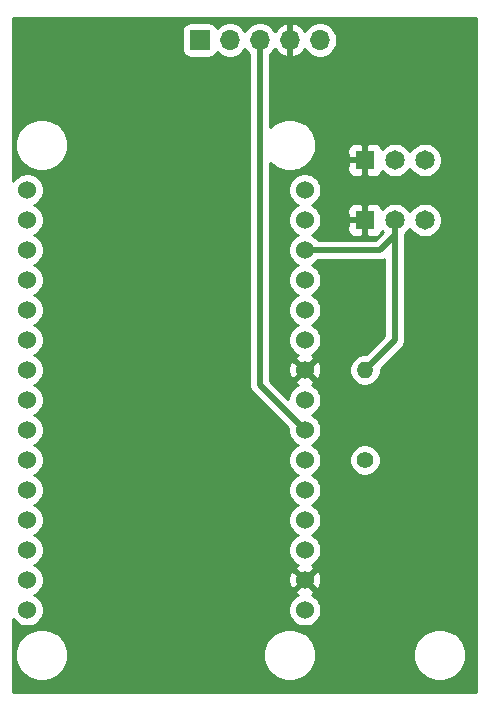
<source format=gbr>
%TF.GenerationSoftware,KiCad,Pcbnew,(5.1.9)-1*%
%TF.CreationDate,2021-04-23T18:31:25-07:00*%
%TF.ProjectId,LakeLevel,4c616b65-4c65-4766-956c-2e6b69636164,rev?*%
%TF.SameCoordinates,Original*%
%TF.FileFunction,Copper,L1,Top*%
%TF.FilePolarity,Positive*%
%FSLAX46Y46*%
G04 Gerber Fmt 4.6, Leading zero omitted, Abs format (unit mm)*
G04 Created by KiCad (PCBNEW (5.1.9)-1) date 2021-04-23 18:31:25*
%MOMM*%
%LPD*%
G01*
G04 APERTURE LIST*
%TA.AperFunction,ComponentPad*%
%ADD10C,1.524000*%
%TD*%
%TA.AperFunction,ComponentPad*%
%ADD11O,1.400000X1.400000*%
%TD*%
%TA.AperFunction,ComponentPad*%
%ADD12C,1.400000*%
%TD*%
%TA.AperFunction,ComponentPad*%
%ADD13O,1.700000X1.700000*%
%TD*%
%TA.AperFunction,ComponentPad*%
%ADD14R,1.700000X1.700000*%
%TD*%
%TA.AperFunction,ComponentPad*%
%ADD15R,1.650000X1.650000*%
%TD*%
%TA.AperFunction,ComponentPad*%
%ADD16C,1.650000*%
%TD*%
%TA.AperFunction,Conductor*%
%ADD17C,0.500000*%
%TD*%
%TA.AperFunction,Conductor*%
%ADD18C,0.254000*%
%TD*%
%TA.AperFunction,Conductor*%
%ADD19C,0.100000*%
%TD*%
G04 APERTURE END LIST*
D10*
%TO.P,U1,30*%
%TO.N,Net-(U1-Pad30)*%
X144780000Y-74930000D03*
%TO.P,U1,29*%
%TO.N,Net-(U1-Pad29)*%
X144780000Y-77470000D03*
%TO.P,U1,28*%
%TO.N,/DQ*%
X144780000Y-80010000D03*
%TO.P,U1,27*%
%TO.N,Net-(U1-Pad27)*%
X144780000Y-82550000D03*
%TO.P,U1,26*%
%TO.N,Net-(U1-Pad26)*%
X144780000Y-85090000D03*
%TO.P,U1,25*%
%TO.N,/VDD*%
X144780000Y-87630000D03*
%TO.P,U1,24*%
%TO.N,/GND*%
X144780000Y-90170000D03*
%TO.P,U1,23*%
%TO.N,/RX_Trig*%
X144780000Y-92710000D03*
%TO.P,U1,22*%
%TO.N,/TX_Echo*%
X144780000Y-95250000D03*
%TO.P,U1,21*%
%TO.N,Net-(U1-Pad21)*%
X144780000Y-97790000D03*
%TO.P,U1,20*%
%TO.N,Net-(U1-Pad20)*%
X144780000Y-100330000D03*
%TO.P,U1,19*%
%TO.N,Net-(U1-Pad19)*%
X144780000Y-102870000D03*
%TO.P,U1,18*%
%TO.N,Net-(U1-Pad18)*%
X144780000Y-105410000D03*
%TO.P,U1,17*%
%TO.N,/GND*%
X144780000Y-107950000D03*
%TO.P,U1,16*%
%TO.N,Net-(U1-Pad16)*%
X144780000Y-110490000D03*
%TO.P,U1,15*%
%TO.N,Net-(U1-Pad15)*%
X121285000Y-110490000D03*
%TO.P,U1,14*%
%TO.N,Net-(U1-Pad14)*%
X121285000Y-107950000D03*
%TO.P,U1,13*%
%TO.N,Net-(U1-Pad13)*%
X121285000Y-105410000D03*
%TO.P,U1,12*%
%TO.N,Net-(U1-Pad12)*%
X121285000Y-102870000D03*
%TO.P,U1,11*%
%TO.N,Net-(U1-Pad11)*%
X121285000Y-100330000D03*
%TO.P,U1,10*%
%TO.N,Net-(U1-Pad10)*%
X121285000Y-97790000D03*
%TO.P,U1,9*%
%TO.N,Net-(U1-Pad9)*%
X121285000Y-95250000D03*
%TO.P,U1,8*%
%TO.N,Net-(U1-Pad8)*%
X121285000Y-92710000D03*
%TO.P,U1,7*%
%TO.N,Net-(U1-Pad7)*%
X121285000Y-90170000D03*
%TO.P,U1,6*%
%TO.N,Net-(U1-Pad6)*%
X121285000Y-87630000D03*
%TO.P,U1,5*%
%TO.N,Net-(U1-Pad5)*%
X121285000Y-85090000D03*
%TO.P,U1,4*%
%TO.N,Net-(U1-Pad4)*%
X121285000Y-82550000D03*
%TO.P,U1,3*%
%TO.N,Net-(U1-Pad3)*%
X121285000Y-80010000D03*
%TO.P,U1,2*%
%TO.N,Net-(U1-Pad2)*%
X121285000Y-77470000D03*
%TO.P,U1,1*%
%TO.N,Net-(U1-Pad1)*%
X121285000Y-74930000D03*
%TD*%
D11*
%TO.P,R1,2*%
%TO.N,/DQ*%
X149860000Y-90170000D03*
D12*
%TO.P,R1,1*%
%TO.N,/VDD*%
X149860000Y-97790000D03*
%TD*%
D13*
%TO.P,J1,5*%
%TO.N,Net-(J1-Pad5)*%
X146050000Y-62230000D03*
%TO.P,J1,4*%
%TO.N,/GND*%
X143510000Y-62230000D03*
%TO.P,J1,3*%
%TO.N,/TX_Echo*%
X140970000Y-62230000D03*
%TO.P,J1,2*%
%TO.N,/RX_Trig*%
X138430000Y-62230000D03*
D14*
%TO.P,J1,1*%
%TO.N,/VDD*%
X135890000Y-62230000D03*
%TD*%
D15*
%TO.P,DS18B20,1_A*%
%TO.N,/GND*%
X149860000Y-72390000D03*
D16*
%TO.P,DS18B20,2_A*%
%TO.N,/DQ*%
X152400000Y-72390000D03*
%TO.P,DS18B20,3_A*%
%TO.N,/VDD*%
X154940000Y-72390000D03*
D15*
%TO.P,DS18B20,1_B*%
%TO.N,/GND*%
X149860000Y-77470000D03*
D16*
%TO.P,DS18B20,2_B*%
%TO.N,/DQ*%
X152400000Y-77470000D03*
%TO.P,DS18B20,3_B*%
%TO.N,/VDD*%
X154940000Y-77470000D03*
%TD*%
D17*
%TO.N,/DQ*%
X151130000Y-80010000D02*
X144780000Y-80010000D01*
X152400000Y-78740000D02*
X151130000Y-80010000D01*
X152400000Y-87630000D02*
X149860000Y-90170000D01*
X152400000Y-78740000D02*
X152400000Y-87630000D01*
X152400000Y-78740000D02*
X152400000Y-77470000D01*
%TO.N,/TX_Echo*%
X140970000Y-91440000D02*
X140970000Y-62230000D01*
X144780000Y-95250000D02*
X140970000Y-91440000D01*
%TD*%
D18*
%TO.N,/GND*%
X159310001Y-117400000D02*
X120090000Y-117400000D01*
X120090000Y-114079872D01*
X120285000Y-114079872D01*
X120285000Y-114520128D01*
X120370890Y-114951925D01*
X120539369Y-115358669D01*
X120783962Y-115724729D01*
X121095271Y-116036038D01*
X121461331Y-116280631D01*
X121868075Y-116449110D01*
X122299872Y-116535000D01*
X122740128Y-116535000D01*
X123171925Y-116449110D01*
X123578669Y-116280631D01*
X123944729Y-116036038D01*
X124256038Y-115724729D01*
X124500631Y-115358669D01*
X124669110Y-114951925D01*
X124755000Y-114520128D01*
X124755000Y-114079872D01*
X141275000Y-114079872D01*
X141275000Y-114520128D01*
X141360890Y-114951925D01*
X141529369Y-115358669D01*
X141773962Y-115724729D01*
X142085271Y-116036038D01*
X142451331Y-116280631D01*
X142858075Y-116449110D01*
X143289872Y-116535000D01*
X143730128Y-116535000D01*
X144161925Y-116449110D01*
X144568669Y-116280631D01*
X144934729Y-116036038D01*
X145246038Y-115724729D01*
X145490631Y-115358669D01*
X145659110Y-114951925D01*
X145745000Y-114520128D01*
X145745000Y-114079872D01*
X153975000Y-114079872D01*
X153975000Y-114520128D01*
X154060890Y-114951925D01*
X154229369Y-115358669D01*
X154473962Y-115724729D01*
X154785271Y-116036038D01*
X155151331Y-116280631D01*
X155558075Y-116449110D01*
X155989872Y-116535000D01*
X156430128Y-116535000D01*
X156861925Y-116449110D01*
X157268669Y-116280631D01*
X157634729Y-116036038D01*
X157946038Y-115724729D01*
X158190631Y-115358669D01*
X158359110Y-114951925D01*
X158445000Y-114520128D01*
X158445000Y-114079872D01*
X158359110Y-113648075D01*
X158190631Y-113241331D01*
X157946038Y-112875271D01*
X157634729Y-112563962D01*
X157268669Y-112319369D01*
X156861925Y-112150890D01*
X156430128Y-112065000D01*
X155989872Y-112065000D01*
X155558075Y-112150890D01*
X155151331Y-112319369D01*
X154785271Y-112563962D01*
X154473962Y-112875271D01*
X154229369Y-113241331D01*
X154060890Y-113648075D01*
X153975000Y-114079872D01*
X145745000Y-114079872D01*
X145659110Y-113648075D01*
X145490631Y-113241331D01*
X145246038Y-112875271D01*
X144934729Y-112563962D01*
X144568669Y-112319369D01*
X144161925Y-112150890D01*
X143730128Y-112065000D01*
X143289872Y-112065000D01*
X142858075Y-112150890D01*
X142451331Y-112319369D01*
X142085271Y-112563962D01*
X141773962Y-112875271D01*
X141529369Y-113241331D01*
X141360890Y-113648075D01*
X141275000Y-114079872D01*
X124755000Y-114079872D01*
X124669110Y-113648075D01*
X124500631Y-113241331D01*
X124256038Y-112875271D01*
X123944729Y-112563962D01*
X123578669Y-112319369D01*
X123171925Y-112150890D01*
X122740128Y-112065000D01*
X122299872Y-112065000D01*
X121868075Y-112150890D01*
X121461331Y-112319369D01*
X121095271Y-112563962D01*
X120783962Y-112875271D01*
X120539369Y-113241331D01*
X120370890Y-113648075D01*
X120285000Y-114079872D01*
X120090000Y-114079872D01*
X120090000Y-111216088D01*
X120199880Y-111380535D01*
X120394465Y-111575120D01*
X120623273Y-111728005D01*
X120877510Y-111833314D01*
X121147408Y-111887000D01*
X121422592Y-111887000D01*
X121692490Y-111833314D01*
X121946727Y-111728005D01*
X122175535Y-111575120D01*
X122370120Y-111380535D01*
X122523005Y-111151727D01*
X122628314Y-110897490D01*
X122682000Y-110627592D01*
X122682000Y-110352408D01*
X143383000Y-110352408D01*
X143383000Y-110627592D01*
X143436686Y-110897490D01*
X143541995Y-111151727D01*
X143694880Y-111380535D01*
X143889465Y-111575120D01*
X144118273Y-111728005D01*
X144372510Y-111833314D01*
X144642408Y-111887000D01*
X144917592Y-111887000D01*
X145187490Y-111833314D01*
X145441727Y-111728005D01*
X145670535Y-111575120D01*
X145865120Y-111380535D01*
X146018005Y-111151727D01*
X146123314Y-110897490D01*
X146177000Y-110627592D01*
X146177000Y-110352408D01*
X146123314Y-110082510D01*
X146018005Y-109828273D01*
X145865120Y-109599465D01*
X145670535Y-109404880D01*
X145441727Y-109251995D01*
X145370057Y-109222308D01*
X145383023Y-109217636D01*
X145498980Y-109155656D01*
X145565960Y-108915565D01*
X144780000Y-108129605D01*
X143994040Y-108915565D01*
X144061020Y-109155656D01*
X144196760Y-109219485D01*
X144118273Y-109251995D01*
X143889465Y-109404880D01*
X143694880Y-109599465D01*
X143541995Y-109828273D01*
X143436686Y-110082510D01*
X143383000Y-110352408D01*
X122682000Y-110352408D01*
X122628314Y-110082510D01*
X122523005Y-109828273D01*
X122370120Y-109599465D01*
X122175535Y-109404880D01*
X121946727Y-109251995D01*
X121869485Y-109220000D01*
X121946727Y-109188005D01*
X122175535Y-109035120D01*
X122370120Y-108840535D01*
X122523005Y-108611727D01*
X122628314Y-108357490D01*
X122682000Y-108087592D01*
X122682000Y-108022017D01*
X143378090Y-108022017D01*
X143419078Y-108294133D01*
X143512364Y-108553023D01*
X143574344Y-108668980D01*
X143814435Y-108735960D01*
X144600395Y-107950000D01*
X144959605Y-107950000D01*
X145745565Y-108735960D01*
X145985656Y-108668980D01*
X146102756Y-108419952D01*
X146169023Y-108152865D01*
X146181910Y-107877983D01*
X146140922Y-107605867D01*
X146047636Y-107346977D01*
X145985656Y-107231020D01*
X145745565Y-107164040D01*
X144959605Y-107950000D01*
X144600395Y-107950000D01*
X143814435Y-107164040D01*
X143574344Y-107231020D01*
X143457244Y-107480048D01*
X143390977Y-107747135D01*
X143378090Y-108022017D01*
X122682000Y-108022017D01*
X122682000Y-107812408D01*
X122628314Y-107542510D01*
X122523005Y-107288273D01*
X122370120Y-107059465D01*
X122175535Y-106864880D01*
X121946727Y-106711995D01*
X121869485Y-106680000D01*
X121946727Y-106648005D01*
X122175535Y-106495120D01*
X122370120Y-106300535D01*
X122523005Y-106071727D01*
X122628314Y-105817490D01*
X122682000Y-105547592D01*
X122682000Y-105272408D01*
X122628314Y-105002510D01*
X122523005Y-104748273D01*
X122370120Y-104519465D01*
X122175535Y-104324880D01*
X121946727Y-104171995D01*
X121869485Y-104140000D01*
X121946727Y-104108005D01*
X122175535Y-103955120D01*
X122370120Y-103760535D01*
X122523005Y-103531727D01*
X122628314Y-103277490D01*
X122682000Y-103007592D01*
X122682000Y-102732408D01*
X122628314Y-102462510D01*
X122523005Y-102208273D01*
X122370120Y-101979465D01*
X122175535Y-101784880D01*
X121946727Y-101631995D01*
X121869485Y-101600000D01*
X121946727Y-101568005D01*
X122175535Y-101415120D01*
X122370120Y-101220535D01*
X122523005Y-100991727D01*
X122628314Y-100737490D01*
X122682000Y-100467592D01*
X122682000Y-100192408D01*
X122628314Y-99922510D01*
X122523005Y-99668273D01*
X122370120Y-99439465D01*
X122175535Y-99244880D01*
X121946727Y-99091995D01*
X121869485Y-99060000D01*
X121946727Y-99028005D01*
X122175535Y-98875120D01*
X122370120Y-98680535D01*
X122523005Y-98451727D01*
X122628314Y-98197490D01*
X122682000Y-97927592D01*
X122682000Y-97652408D01*
X122628314Y-97382510D01*
X122523005Y-97128273D01*
X122370120Y-96899465D01*
X122175535Y-96704880D01*
X121946727Y-96551995D01*
X121869485Y-96520000D01*
X121946727Y-96488005D01*
X122175535Y-96335120D01*
X122370120Y-96140535D01*
X122523005Y-95911727D01*
X122628314Y-95657490D01*
X122682000Y-95387592D01*
X122682000Y-95112408D01*
X122628314Y-94842510D01*
X122523005Y-94588273D01*
X122370120Y-94359465D01*
X122175535Y-94164880D01*
X121946727Y-94011995D01*
X121869485Y-93980000D01*
X121946727Y-93948005D01*
X122175535Y-93795120D01*
X122370120Y-93600535D01*
X122523005Y-93371727D01*
X122628314Y-93117490D01*
X122682000Y-92847592D01*
X122682000Y-92572408D01*
X122628314Y-92302510D01*
X122523005Y-92048273D01*
X122370120Y-91819465D01*
X122175535Y-91624880D01*
X121946727Y-91471995D01*
X121869485Y-91440000D01*
X121946727Y-91408005D01*
X122175535Y-91255120D01*
X122370120Y-91060535D01*
X122523005Y-90831727D01*
X122628314Y-90577490D01*
X122682000Y-90307592D01*
X122682000Y-90032408D01*
X122628314Y-89762510D01*
X122523005Y-89508273D01*
X122370120Y-89279465D01*
X122175535Y-89084880D01*
X121946727Y-88931995D01*
X121869485Y-88900000D01*
X121946727Y-88868005D01*
X122175535Y-88715120D01*
X122370120Y-88520535D01*
X122523005Y-88291727D01*
X122628314Y-88037490D01*
X122682000Y-87767592D01*
X122682000Y-87492408D01*
X122628314Y-87222510D01*
X122523005Y-86968273D01*
X122370120Y-86739465D01*
X122175535Y-86544880D01*
X121946727Y-86391995D01*
X121869485Y-86360000D01*
X121946727Y-86328005D01*
X122175535Y-86175120D01*
X122370120Y-85980535D01*
X122523005Y-85751727D01*
X122628314Y-85497490D01*
X122682000Y-85227592D01*
X122682000Y-84952408D01*
X122628314Y-84682510D01*
X122523005Y-84428273D01*
X122370120Y-84199465D01*
X122175535Y-84004880D01*
X121946727Y-83851995D01*
X121869485Y-83820000D01*
X121946727Y-83788005D01*
X122175535Y-83635120D01*
X122370120Y-83440535D01*
X122523005Y-83211727D01*
X122628314Y-82957490D01*
X122682000Y-82687592D01*
X122682000Y-82412408D01*
X122628314Y-82142510D01*
X122523005Y-81888273D01*
X122370120Y-81659465D01*
X122175535Y-81464880D01*
X121946727Y-81311995D01*
X121869485Y-81280000D01*
X121946727Y-81248005D01*
X122175535Y-81095120D01*
X122370120Y-80900535D01*
X122523005Y-80671727D01*
X122628314Y-80417490D01*
X122682000Y-80147592D01*
X122682000Y-79872408D01*
X122628314Y-79602510D01*
X122523005Y-79348273D01*
X122370120Y-79119465D01*
X122175535Y-78924880D01*
X121946727Y-78771995D01*
X121869485Y-78740000D01*
X121946727Y-78708005D01*
X122175535Y-78555120D01*
X122370120Y-78360535D01*
X122523005Y-78131727D01*
X122628314Y-77877490D01*
X122682000Y-77607592D01*
X122682000Y-77332408D01*
X122628314Y-77062510D01*
X122523005Y-76808273D01*
X122370120Y-76579465D01*
X122175535Y-76384880D01*
X121946727Y-76231995D01*
X121869485Y-76200000D01*
X121946727Y-76168005D01*
X122175535Y-76015120D01*
X122370120Y-75820535D01*
X122523005Y-75591727D01*
X122628314Y-75337490D01*
X122682000Y-75067592D01*
X122682000Y-74792408D01*
X122628314Y-74522510D01*
X122523005Y-74268273D01*
X122370120Y-74039465D01*
X122175535Y-73844880D01*
X121946727Y-73691995D01*
X121692490Y-73586686D01*
X121422592Y-73533000D01*
X121147408Y-73533000D01*
X120877510Y-73586686D01*
X120623273Y-73691995D01*
X120394465Y-73844880D01*
X120199880Y-74039465D01*
X120090000Y-74203912D01*
X120090000Y-70899872D01*
X120285000Y-70899872D01*
X120285000Y-71340128D01*
X120370890Y-71771925D01*
X120539369Y-72178669D01*
X120783962Y-72544729D01*
X121095271Y-72856038D01*
X121461331Y-73100631D01*
X121868075Y-73269110D01*
X122299872Y-73355000D01*
X122740128Y-73355000D01*
X123171925Y-73269110D01*
X123578669Y-73100631D01*
X123944729Y-72856038D01*
X124256038Y-72544729D01*
X124500631Y-72178669D01*
X124669110Y-71771925D01*
X124755000Y-71340128D01*
X124755000Y-70899872D01*
X124669110Y-70468075D01*
X124500631Y-70061331D01*
X124256038Y-69695271D01*
X123944729Y-69383962D01*
X123578669Y-69139369D01*
X123171925Y-68970890D01*
X122740128Y-68885000D01*
X122299872Y-68885000D01*
X121868075Y-68970890D01*
X121461331Y-69139369D01*
X121095271Y-69383962D01*
X120783962Y-69695271D01*
X120539369Y-70061331D01*
X120370890Y-70468075D01*
X120285000Y-70899872D01*
X120090000Y-70899872D01*
X120090000Y-61380000D01*
X134401928Y-61380000D01*
X134401928Y-63080000D01*
X134414188Y-63204482D01*
X134450498Y-63324180D01*
X134509463Y-63434494D01*
X134588815Y-63531185D01*
X134685506Y-63610537D01*
X134795820Y-63669502D01*
X134915518Y-63705812D01*
X135040000Y-63718072D01*
X136740000Y-63718072D01*
X136864482Y-63705812D01*
X136984180Y-63669502D01*
X137094494Y-63610537D01*
X137191185Y-63531185D01*
X137270537Y-63434494D01*
X137329502Y-63324180D01*
X137351513Y-63251620D01*
X137483368Y-63383475D01*
X137726589Y-63545990D01*
X137996842Y-63657932D01*
X138283740Y-63715000D01*
X138576260Y-63715000D01*
X138863158Y-63657932D01*
X139133411Y-63545990D01*
X139376632Y-63383475D01*
X139583475Y-63176632D01*
X139700000Y-63002240D01*
X139816525Y-63176632D01*
X140023368Y-63383475D01*
X140085001Y-63424657D01*
X140085000Y-91396531D01*
X140080719Y-91440000D01*
X140085000Y-91483469D01*
X140085000Y-91483476D01*
X140097805Y-91613489D01*
X140148411Y-91780312D01*
X140230589Y-91934058D01*
X140341183Y-92068817D01*
X140374956Y-92096534D01*
X143384299Y-95105878D01*
X143383000Y-95112408D01*
X143383000Y-95387592D01*
X143436686Y-95657490D01*
X143541995Y-95911727D01*
X143694880Y-96140535D01*
X143889465Y-96335120D01*
X144118273Y-96488005D01*
X144195515Y-96520000D01*
X144118273Y-96551995D01*
X143889465Y-96704880D01*
X143694880Y-96899465D01*
X143541995Y-97128273D01*
X143436686Y-97382510D01*
X143383000Y-97652408D01*
X143383000Y-97927592D01*
X143436686Y-98197490D01*
X143541995Y-98451727D01*
X143694880Y-98680535D01*
X143889465Y-98875120D01*
X144118273Y-99028005D01*
X144195515Y-99060000D01*
X144118273Y-99091995D01*
X143889465Y-99244880D01*
X143694880Y-99439465D01*
X143541995Y-99668273D01*
X143436686Y-99922510D01*
X143383000Y-100192408D01*
X143383000Y-100467592D01*
X143436686Y-100737490D01*
X143541995Y-100991727D01*
X143694880Y-101220535D01*
X143889465Y-101415120D01*
X144118273Y-101568005D01*
X144195515Y-101600000D01*
X144118273Y-101631995D01*
X143889465Y-101784880D01*
X143694880Y-101979465D01*
X143541995Y-102208273D01*
X143436686Y-102462510D01*
X143383000Y-102732408D01*
X143383000Y-103007592D01*
X143436686Y-103277490D01*
X143541995Y-103531727D01*
X143694880Y-103760535D01*
X143889465Y-103955120D01*
X144118273Y-104108005D01*
X144195515Y-104140000D01*
X144118273Y-104171995D01*
X143889465Y-104324880D01*
X143694880Y-104519465D01*
X143541995Y-104748273D01*
X143436686Y-105002510D01*
X143383000Y-105272408D01*
X143383000Y-105547592D01*
X143436686Y-105817490D01*
X143541995Y-106071727D01*
X143694880Y-106300535D01*
X143889465Y-106495120D01*
X144118273Y-106648005D01*
X144189943Y-106677692D01*
X144176977Y-106682364D01*
X144061020Y-106744344D01*
X143994040Y-106984435D01*
X144780000Y-107770395D01*
X145565960Y-106984435D01*
X145498980Y-106744344D01*
X145363240Y-106680515D01*
X145441727Y-106648005D01*
X145670535Y-106495120D01*
X145865120Y-106300535D01*
X146018005Y-106071727D01*
X146123314Y-105817490D01*
X146177000Y-105547592D01*
X146177000Y-105272408D01*
X146123314Y-105002510D01*
X146018005Y-104748273D01*
X145865120Y-104519465D01*
X145670535Y-104324880D01*
X145441727Y-104171995D01*
X145364485Y-104140000D01*
X145441727Y-104108005D01*
X145670535Y-103955120D01*
X145865120Y-103760535D01*
X146018005Y-103531727D01*
X146123314Y-103277490D01*
X146177000Y-103007592D01*
X146177000Y-102732408D01*
X146123314Y-102462510D01*
X146018005Y-102208273D01*
X145865120Y-101979465D01*
X145670535Y-101784880D01*
X145441727Y-101631995D01*
X145364485Y-101600000D01*
X145441727Y-101568005D01*
X145670535Y-101415120D01*
X145865120Y-101220535D01*
X146018005Y-100991727D01*
X146123314Y-100737490D01*
X146177000Y-100467592D01*
X146177000Y-100192408D01*
X146123314Y-99922510D01*
X146018005Y-99668273D01*
X145865120Y-99439465D01*
X145670535Y-99244880D01*
X145441727Y-99091995D01*
X145364485Y-99060000D01*
X145441727Y-99028005D01*
X145670535Y-98875120D01*
X145865120Y-98680535D01*
X146018005Y-98451727D01*
X146123314Y-98197490D01*
X146177000Y-97927592D01*
X146177000Y-97658514D01*
X148525000Y-97658514D01*
X148525000Y-97921486D01*
X148576304Y-98179405D01*
X148676939Y-98422359D01*
X148823038Y-98641013D01*
X149008987Y-98826962D01*
X149227641Y-98973061D01*
X149470595Y-99073696D01*
X149728514Y-99125000D01*
X149991486Y-99125000D01*
X150249405Y-99073696D01*
X150492359Y-98973061D01*
X150711013Y-98826962D01*
X150896962Y-98641013D01*
X151043061Y-98422359D01*
X151143696Y-98179405D01*
X151195000Y-97921486D01*
X151195000Y-97658514D01*
X151143696Y-97400595D01*
X151043061Y-97157641D01*
X150896962Y-96938987D01*
X150711013Y-96753038D01*
X150492359Y-96606939D01*
X150249405Y-96506304D01*
X149991486Y-96455000D01*
X149728514Y-96455000D01*
X149470595Y-96506304D01*
X149227641Y-96606939D01*
X149008987Y-96753038D01*
X148823038Y-96938987D01*
X148676939Y-97157641D01*
X148576304Y-97400595D01*
X148525000Y-97658514D01*
X146177000Y-97658514D01*
X146177000Y-97652408D01*
X146123314Y-97382510D01*
X146018005Y-97128273D01*
X145865120Y-96899465D01*
X145670535Y-96704880D01*
X145441727Y-96551995D01*
X145364485Y-96520000D01*
X145441727Y-96488005D01*
X145670535Y-96335120D01*
X145865120Y-96140535D01*
X146018005Y-95911727D01*
X146123314Y-95657490D01*
X146177000Y-95387592D01*
X146177000Y-95112408D01*
X146123314Y-94842510D01*
X146018005Y-94588273D01*
X145865120Y-94359465D01*
X145670535Y-94164880D01*
X145441727Y-94011995D01*
X145364485Y-93980000D01*
X145441727Y-93948005D01*
X145670535Y-93795120D01*
X145865120Y-93600535D01*
X146018005Y-93371727D01*
X146123314Y-93117490D01*
X146177000Y-92847592D01*
X146177000Y-92572408D01*
X146123314Y-92302510D01*
X146018005Y-92048273D01*
X145865120Y-91819465D01*
X145670535Y-91624880D01*
X145441727Y-91471995D01*
X145370057Y-91442308D01*
X145383023Y-91437636D01*
X145498980Y-91375656D01*
X145565960Y-91135565D01*
X144780000Y-90349605D01*
X143994040Y-91135565D01*
X144061020Y-91375656D01*
X144196760Y-91439485D01*
X144118273Y-91471995D01*
X143889465Y-91624880D01*
X143694880Y-91819465D01*
X143541995Y-92048273D01*
X143436686Y-92302510D01*
X143383000Y-92572408D01*
X143383000Y-92601422D01*
X141855000Y-91073422D01*
X141855000Y-90242017D01*
X143378090Y-90242017D01*
X143419078Y-90514133D01*
X143512364Y-90773023D01*
X143574344Y-90888980D01*
X143814435Y-90955960D01*
X144600395Y-90170000D01*
X144959605Y-90170000D01*
X145745565Y-90955960D01*
X145985656Y-90888980D01*
X146102756Y-90639952D01*
X146169023Y-90372865D01*
X146181910Y-90097983D01*
X146140922Y-89825867D01*
X146047636Y-89566977D01*
X145985656Y-89451020D01*
X145745565Y-89384040D01*
X144959605Y-90170000D01*
X144600395Y-90170000D01*
X143814435Y-89384040D01*
X143574344Y-89451020D01*
X143457244Y-89700048D01*
X143390977Y-89967135D01*
X143378090Y-90242017D01*
X141855000Y-90242017D01*
X141855000Y-74792408D01*
X143383000Y-74792408D01*
X143383000Y-75067592D01*
X143436686Y-75337490D01*
X143541995Y-75591727D01*
X143694880Y-75820535D01*
X143889465Y-76015120D01*
X144118273Y-76168005D01*
X144195515Y-76200000D01*
X144118273Y-76231995D01*
X143889465Y-76384880D01*
X143694880Y-76579465D01*
X143541995Y-76808273D01*
X143436686Y-77062510D01*
X143383000Y-77332408D01*
X143383000Y-77607592D01*
X143436686Y-77877490D01*
X143541995Y-78131727D01*
X143694880Y-78360535D01*
X143889465Y-78555120D01*
X144118273Y-78708005D01*
X144195515Y-78740000D01*
X144118273Y-78771995D01*
X143889465Y-78924880D01*
X143694880Y-79119465D01*
X143541995Y-79348273D01*
X143436686Y-79602510D01*
X143383000Y-79872408D01*
X143383000Y-80147592D01*
X143436686Y-80417490D01*
X143541995Y-80671727D01*
X143694880Y-80900535D01*
X143889465Y-81095120D01*
X144118273Y-81248005D01*
X144195515Y-81280000D01*
X144118273Y-81311995D01*
X143889465Y-81464880D01*
X143694880Y-81659465D01*
X143541995Y-81888273D01*
X143436686Y-82142510D01*
X143383000Y-82412408D01*
X143383000Y-82687592D01*
X143436686Y-82957490D01*
X143541995Y-83211727D01*
X143694880Y-83440535D01*
X143889465Y-83635120D01*
X144118273Y-83788005D01*
X144195515Y-83820000D01*
X144118273Y-83851995D01*
X143889465Y-84004880D01*
X143694880Y-84199465D01*
X143541995Y-84428273D01*
X143436686Y-84682510D01*
X143383000Y-84952408D01*
X143383000Y-85227592D01*
X143436686Y-85497490D01*
X143541995Y-85751727D01*
X143694880Y-85980535D01*
X143889465Y-86175120D01*
X144118273Y-86328005D01*
X144195515Y-86360000D01*
X144118273Y-86391995D01*
X143889465Y-86544880D01*
X143694880Y-86739465D01*
X143541995Y-86968273D01*
X143436686Y-87222510D01*
X143383000Y-87492408D01*
X143383000Y-87767592D01*
X143436686Y-88037490D01*
X143541995Y-88291727D01*
X143694880Y-88520535D01*
X143889465Y-88715120D01*
X144118273Y-88868005D01*
X144189943Y-88897692D01*
X144176977Y-88902364D01*
X144061020Y-88964344D01*
X143994040Y-89204435D01*
X144780000Y-89990395D01*
X145565960Y-89204435D01*
X145498980Y-88964344D01*
X145363240Y-88900515D01*
X145441727Y-88868005D01*
X145670535Y-88715120D01*
X145865120Y-88520535D01*
X146018005Y-88291727D01*
X146123314Y-88037490D01*
X146177000Y-87767592D01*
X146177000Y-87492408D01*
X146123314Y-87222510D01*
X146018005Y-86968273D01*
X145865120Y-86739465D01*
X145670535Y-86544880D01*
X145441727Y-86391995D01*
X145364485Y-86360000D01*
X145441727Y-86328005D01*
X145670535Y-86175120D01*
X145865120Y-85980535D01*
X146018005Y-85751727D01*
X146123314Y-85497490D01*
X146177000Y-85227592D01*
X146177000Y-84952408D01*
X146123314Y-84682510D01*
X146018005Y-84428273D01*
X145865120Y-84199465D01*
X145670535Y-84004880D01*
X145441727Y-83851995D01*
X145364485Y-83820000D01*
X145441727Y-83788005D01*
X145670535Y-83635120D01*
X145865120Y-83440535D01*
X146018005Y-83211727D01*
X146123314Y-82957490D01*
X146177000Y-82687592D01*
X146177000Y-82412408D01*
X146123314Y-82142510D01*
X146018005Y-81888273D01*
X145865120Y-81659465D01*
X145670535Y-81464880D01*
X145441727Y-81311995D01*
X145364485Y-81280000D01*
X145441727Y-81248005D01*
X145670535Y-81095120D01*
X145865120Y-80900535D01*
X145868818Y-80895000D01*
X151086531Y-80895000D01*
X151130000Y-80899281D01*
X151173469Y-80895000D01*
X151173477Y-80895000D01*
X151303490Y-80882195D01*
X151470313Y-80831589D01*
X151515000Y-80807703D01*
X151515001Y-87263420D01*
X149943422Y-88835000D01*
X149728514Y-88835000D01*
X149470595Y-88886304D01*
X149227641Y-88986939D01*
X149008987Y-89133038D01*
X148823038Y-89318987D01*
X148676939Y-89537641D01*
X148576304Y-89780595D01*
X148525000Y-90038514D01*
X148525000Y-90301486D01*
X148576304Y-90559405D01*
X148676939Y-90802359D01*
X148823038Y-91021013D01*
X149008987Y-91206962D01*
X149227641Y-91353061D01*
X149470595Y-91453696D01*
X149728514Y-91505000D01*
X149991486Y-91505000D01*
X150249405Y-91453696D01*
X150492359Y-91353061D01*
X150711013Y-91206962D01*
X150896962Y-91021013D01*
X151043061Y-90802359D01*
X151143696Y-90559405D01*
X151195000Y-90301486D01*
X151195000Y-90086578D01*
X152995049Y-88286530D01*
X153028817Y-88258817D01*
X153139411Y-88124059D01*
X153221589Y-87970313D01*
X153272195Y-87803490D01*
X153285000Y-87673477D01*
X153285000Y-87673467D01*
X153289281Y-87630001D01*
X153285000Y-87586535D01*
X153285000Y-78783467D01*
X153289281Y-78740001D01*
X153285000Y-78696535D01*
X153285000Y-78634589D01*
X153330696Y-78604056D01*
X153534056Y-78400696D01*
X153670000Y-78197241D01*
X153805944Y-78400696D01*
X154009304Y-78604056D01*
X154248431Y-78763835D01*
X154514134Y-78873893D01*
X154796203Y-78930000D01*
X155083797Y-78930000D01*
X155365866Y-78873893D01*
X155631569Y-78763835D01*
X155870696Y-78604056D01*
X156074056Y-78400696D01*
X156233835Y-78161569D01*
X156343893Y-77895866D01*
X156400000Y-77613797D01*
X156400000Y-77326203D01*
X156343893Y-77044134D01*
X156233835Y-76778431D01*
X156074056Y-76539304D01*
X155870696Y-76335944D01*
X155631569Y-76176165D01*
X155365866Y-76066107D01*
X155083797Y-76010000D01*
X154796203Y-76010000D01*
X154514134Y-76066107D01*
X154248431Y-76176165D01*
X154009304Y-76335944D01*
X153805944Y-76539304D01*
X153670000Y-76742759D01*
X153534056Y-76539304D01*
X153330696Y-76335944D01*
X153091569Y-76176165D01*
X152825866Y-76066107D01*
X152543797Y-76010000D01*
X152256203Y-76010000D01*
X151974134Y-76066107D01*
X151708431Y-76176165D01*
X151469304Y-76335944D01*
X151304742Y-76500506D01*
X151274502Y-76400820D01*
X151215537Y-76290506D01*
X151136185Y-76193815D01*
X151039494Y-76114463D01*
X150929180Y-76055498D01*
X150809482Y-76019188D01*
X150685000Y-76006928D01*
X150145750Y-76010000D01*
X149987000Y-76168750D01*
X149987000Y-77343000D01*
X150007000Y-77343000D01*
X150007000Y-77597000D01*
X149987000Y-77597000D01*
X149987000Y-78771250D01*
X150145750Y-78930000D01*
X150685000Y-78933072D01*
X150809482Y-78920812D01*
X150929180Y-78884502D01*
X151039494Y-78825537D01*
X151136185Y-78746185D01*
X151215537Y-78649494D01*
X151274502Y-78539180D01*
X151304742Y-78439494D01*
X151376835Y-78511587D01*
X150763422Y-79125000D01*
X145868818Y-79125000D01*
X145865120Y-79119465D01*
X145670535Y-78924880D01*
X145441727Y-78771995D01*
X145364485Y-78740000D01*
X145441727Y-78708005D01*
X145670535Y-78555120D01*
X145865120Y-78360535D01*
X145908909Y-78295000D01*
X148396928Y-78295000D01*
X148409188Y-78419482D01*
X148445498Y-78539180D01*
X148504463Y-78649494D01*
X148583815Y-78746185D01*
X148680506Y-78825537D01*
X148790820Y-78884502D01*
X148910518Y-78920812D01*
X149035000Y-78933072D01*
X149574250Y-78930000D01*
X149733000Y-78771250D01*
X149733000Y-77597000D01*
X148558750Y-77597000D01*
X148400000Y-77755750D01*
X148396928Y-78295000D01*
X145908909Y-78295000D01*
X146018005Y-78131727D01*
X146123314Y-77877490D01*
X146177000Y-77607592D01*
X146177000Y-77332408D01*
X146123314Y-77062510D01*
X146018005Y-76808273D01*
X145908910Y-76645000D01*
X148396928Y-76645000D01*
X148400000Y-77184250D01*
X148558750Y-77343000D01*
X149733000Y-77343000D01*
X149733000Y-76168750D01*
X149574250Y-76010000D01*
X149035000Y-76006928D01*
X148910518Y-76019188D01*
X148790820Y-76055498D01*
X148680506Y-76114463D01*
X148583815Y-76193815D01*
X148504463Y-76290506D01*
X148445498Y-76400820D01*
X148409188Y-76520518D01*
X148396928Y-76645000D01*
X145908910Y-76645000D01*
X145865120Y-76579465D01*
X145670535Y-76384880D01*
X145441727Y-76231995D01*
X145364485Y-76200000D01*
X145441727Y-76168005D01*
X145670535Y-76015120D01*
X145865120Y-75820535D01*
X146018005Y-75591727D01*
X146123314Y-75337490D01*
X146177000Y-75067592D01*
X146177000Y-74792408D01*
X146123314Y-74522510D01*
X146018005Y-74268273D01*
X145865120Y-74039465D01*
X145670535Y-73844880D01*
X145441727Y-73691995D01*
X145187490Y-73586686D01*
X144917592Y-73533000D01*
X144642408Y-73533000D01*
X144372510Y-73586686D01*
X144118273Y-73691995D01*
X143889465Y-73844880D01*
X143694880Y-74039465D01*
X143541995Y-74268273D01*
X143436686Y-74522510D01*
X143383000Y-74792408D01*
X141855000Y-74792408D01*
X141855000Y-72625767D01*
X142085271Y-72856038D01*
X142451331Y-73100631D01*
X142858075Y-73269110D01*
X143289872Y-73355000D01*
X143730128Y-73355000D01*
X144161925Y-73269110D01*
X144292558Y-73215000D01*
X148396928Y-73215000D01*
X148409188Y-73339482D01*
X148445498Y-73459180D01*
X148504463Y-73569494D01*
X148583815Y-73666185D01*
X148680506Y-73745537D01*
X148790820Y-73804502D01*
X148910518Y-73840812D01*
X149035000Y-73853072D01*
X149574250Y-73850000D01*
X149733000Y-73691250D01*
X149733000Y-72517000D01*
X148558750Y-72517000D01*
X148400000Y-72675750D01*
X148396928Y-73215000D01*
X144292558Y-73215000D01*
X144568669Y-73100631D01*
X144934729Y-72856038D01*
X145246038Y-72544729D01*
X145490631Y-72178669D01*
X145659110Y-71771925D01*
X145700270Y-71565000D01*
X148396928Y-71565000D01*
X148400000Y-72104250D01*
X148558750Y-72263000D01*
X149733000Y-72263000D01*
X149733000Y-71088750D01*
X149987000Y-71088750D01*
X149987000Y-72263000D01*
X150007000Y-72263000D01*
X150007000Y-72517000D01*
X149987000Y-72517000D01*
X149987000Y-73691250D01*
X150145750Y-73850000D01*
X150685000Y-73853072D01*
X150809482Y-73840812D01*
X150929180Y-73804502D01*
X151039494Y-73745537D01*
X151136185Y-73666185D01*
X151215537Y-73569494D01*
X151274502Y-73459180D01*
X151304742Y-73359494D01*
X151469304Y-73524056D01*
X151708431Y-73683835D01*
X151974134Y-73793893D01*
X152256203Y-73850000D01*
X152543797Y-73850000D01*
X152825866Y-73793893D01*
X153091569Y-73683835D01*
X153330696Y-73524056D01*
X153534056Y-73320696D01*
X153670000Y-73117241D01*
X153805944Y-73320696D01*
X154009304Y-73524056D01*
X154248431Y-73683835D01*
X154514134Y-73793893D01*
X154796203Y-73850000D01*
X155083797Y-73850000D01*
X155365866Y-73793893D01*
X155631569Y-73683835D01*
X155870696Y-73524056D01*
X156074056Y-73320696D01*
X156233835Y-73081569D01*
X156343893Y-72815866D01*
X156400000Y-72533797D01*
X156400000Y-72246203D01*
X156343893Y-71964134D01*
X156233835Y-71698431D01*
X156074056Y-71459304D01*
X155870696Y-71255944D01*
X155631569Y-71096165D01*
X155365866Y-70986107D01*
X155083797Y-70930000D01*
X154796203Y-70930000D01*
X154514134Y-70986107D01*
X154248431Y-71096165D01*
X154009304Y-71255944D01*
X153805944Y-71459304D01*
X153670000Y-71662759D01*
X153534056Y-71459304D01*
X153330696Y-71255944D01*
X153091569Y-71096165D01*
X152825866Y-70986107D01*
X152543797Y-70930000D01*
X152256203Y-70930000D01*
X151974134Y-70986107D01*
X151708431Y-71096165D01*
X151469304Y-71255944D01*
X151304742Y-71420506D01*
X151274502Y-71320820D01*
X151215537Y-71210506D01*
X151136185Y-71113815D01*
X151039494Y-71034463D01*
X150929180Y-70975498D01*
X150809482Y-70939188D01*
X150685000Y-70926928D01*
X150145750Y-70930000D01*
X149987000Y-71088750D01*
X149733000Y-71088750D01*
X149574250Y-70930000D01*
X149035000Y-70926928D01*
X148910518Y-70939188D01*
X148790820Y-70975498D01*
X148680506Y-71034463D01*
X148583815Y-71113815D01*
X148504463Y-71210506D01*
X148445498Y-71320820D01*
X148409188Y-71440518D01*
X148396928Y-71565000D01*
X145700270Y-71565000D01*
X145745000Y-71340128D01*
X145745000Y-70899872D01*
X145659110Y-70468075D01*
X145490631Y-70061331D01*
X145246038Y-69695271D01*
X144934729Y-69383962D01*
X144568669Y-69139369D01*
X144161925Y-68970890D01*
X143730128Y-68885000D01*
X143289872Y-68885000D01*
X142858075Y-68970890D01*
X142451331Y-69139369D01*
X142085271Y-69383962D01*
X141855000Y-69614233D01*
X141855000Y-63424656D01*
X141916632Y-63383475D01*
X142123475Y-63176632D01*
X142245195Y-62994466D01*
X142314822Y-63111355D01*
X142509731Y-63327588D01*
X142743080Y-63501641D01*
X143005901Y-63626825D01*
X143153110Y-63671476D01*
X143383000Y-63550155D01*
X143383000Y-62357000D01*
X143363000Y-62357000D01*
X143363000Y-62103000D01*
X143383000Y-62103000D01*
X143383000Y-60909845D01*
X143637000Y-60909845D01*
X143637000Y-62103000D01*
X143657000Y-62103000D01*
X143657000Y-62357000D01*
X143637000Y-62357000D01*
X143637000Y-63550155D01*
X143866890Y-63671476D01*
X144014099Y-63626825D01*
X144276920Y-63501641D01*
X144510269Y-63327588D01*
X144705178Y-63111355D01*
X144774805Y-62994466D01*
X144896525Y-63176632D01*
X145103368Y-63383475D01*
X145346589Y-63545990D01*
X145616842Y-63657932D01*
X145903740Y-63715000D01*
X146196260Y-63715000D01*
X146483158Y-63657932D01*
X146753411Y-63545990D01*
X146996632Y-63383475D01*
X147203475Y-63176632D01*
X147365990Y-62933411D01*
X147477932Y-62663158D01*
X147535000Y-62376260D01*
X147535000Y-62083740D01*
X147477932Y-61796842D01*
X147365990Y-61526589D01*
X147203475Y-61283368D01*
X146996632Y-61076525D01*
X146753411Y-60914010D01*
X146483158Y-60802068D01*
X146196260Y-60745000D01*
X145903740Y-60745000D01*
X145616842Y-60802068D01*
X145346589Y-60914010D01*
X145103368Y-61076525D01*
X144896525Y-61283368D01*
X144774805Y-61465534D01*
X144705178Y-61348645D01*
X144510269Y-61132412D01*
X144276920Y-60958359D01*
X144014099Y-60833175D01*
X143866890Y-60788524D01*
X143637000Y-60909845D01*
X143383000Y-60909845D01*
X143153110Y-60788524D01*
X143005901Y-60833175D01*
X142743080Y-60958359D01*
X142509731Y-61132412D01*
X142314822Y-61348645D01*
X142245195Y-61465534D01*
X142123475Y-61283368D01*
X141916632Y-61076525D01*
X141673411Y-60914010D01*
X141403158Y-60802068D01*
X141116260Y-60745000D01*
X140823740Y-60745000D01*
X140536842Y-60802068D01*
X140266589Y-60914010D01*
X140023368Y-61076525D01*
X139816525Y-61283368D01*
X139700000Y-61457760D01*
X139583475Y-61283368D01*
X139376632Y-61076525D01*
X139133411Y-60914010D01*
X138863158Y-60802068D01*
X138576260Y-60745000D01*
X138283740Y-60745000D01*
X137996842Y-60802068D01*
X137726589Y-60914010D01*
X137483368Y-61076525D01*
X137351513Y-61208380D01*
X137329502Y-61135820D01*
X137270537Y-61025506D01*
X137191185Y-60928815D01*
X137094494Y-60849463D01*
X136984180Y-60790498D01*
X136864482Y-60754188D01*
X136740000Y-60741928D01*
X135040000Y-60741928D01*
X134915518Y-60754188D01*
X134795820Y-60790498D01*
X134685506Y-60849463D01*
X134588815Y-60928815D01*
X134509463Y-61025506D01*
X134450498Y-61135820D01*
X134414188Y-61255518D01*
X134401928Y-61380000D01*
X120090000Y-61380000D01*
X120090000Y-60400000D01*
X159310000Y-60400000D01*
X159310001Y-117400000D01*
%TA.AperFunction,Conductor*%
D19*
G36*
X159310001Y-117400000D02*
G01*
X120090000Y-117400000D01*
X120090000Y-114079872D01*
X120285000Y-114079872D01*
X120285000Y-114520128D01*
X120370890Y-114951925D01*
X120539369Y-115358669D01*
X120783962Y-115724729D01*
X121095271Y-116036038D01*
X121461331Y-116280631D01*
X121868075Y-116449110D01*
X122299872Y-116535000D01*
X122740128Y-116535000D01*
X123171925Y-116449110D01*
X123578669Y-116280631D01*
X123944729Y-116036038D01*
X124256038Y-115724729D01*
X124500631Y-115358669D01*
X124669110Y-114951925D01*
X124755000Y-114520128D01*
X124755000Y-114079872D01*
X141275000Y-114079872D01*
X141275000Y-114520128D01*
X141360890Y-114951925D01*
X141529369Y-115358669D01*
X141773962Y-115724729D01*
X142085271Y-116036038D01*
X142451331Y-116280631D01*
X142858075Y-116449110D01*
X143289872Y-116535000D01*
X143730128Y-116535000D01*
X144161925Y-116449110D01*
X144568669Y-116280631D01*
X144934729Y-116036038D01*
X145246038Y-115724729D01*
X145490631Y-115358669D01*
X145659110Y-114951925D01*
X145745000Y-114520128D01*
X145745000Y-114079872D01*
X153975000Y-114079872D01*
X153975000Y-114520128D01*
X154060890Y-114951925D01*
X154229369Y-115358669D01*
X154473962Y-115724729D01*
X154785271Y-116036038D01*
X155151331Y-116280631D01*
X155558075Y-116449110D01*
X155989872Y-116535000D01*
X156430128Y-116535000D01*
X156861925Y-116449110D01*
X157268669Y-116280631D01*
X157634729Y-116036038D01*
X157946038Y-115724729D01*
X158190631Y-115358669D01*
X158359110Y-114951925D01*
X158445000Y-114520128D01*
X158445000Y-114079872D01*
X158359110Y-113648075D01*
X158190631Y-113241331D01*
X157946038Y-112875271D01*
X157634729Y-112563962D01*
X157268669Y-112319369D01*
X156861925Y-112150890D01*
X156430128Y-112065000D01*
X155989872Y-112065000D01*
X155558075Y-112150890D01*
X155151331Y-112319369D01*
X154785271Y-112563962D01*
X154473962Y-112875271D01*
X154229369Y-113241331D01*
X154060890Y-113648075D01*
X153975000Y-114079872D01*
X145745000Y-114079872D01*
X145659110Y-113648075D01*
X145490631Y-113241331D01*
X145246038Y-112875271D01*
X144934729Y-112563962D01*
X144568669Y-112319369D01*
X144161925Y-112150890D01*
X143730128Y-112065000D01*
X143289872Y-112065000D01*
X142858075Y-112150890D01*
X142451331Y-112319369D01*
X142085271Y-112563962D01*
X141773962Y-112875271D01*
X141529369Y-113241331D01*
X141360890Y-113648075D01*
X141275000Y-114079872D01*
X124755000Y-114079872D01*
X124669110Y-113648075D01*
X124500631Y-113241331D01*
X124256038Y-112875271D01*
X123944729Y-112563962D01*
X123578669Y-112319369D01*
X123171925Y-112150890D01*
X122740128Y-112065000D01*
X122299872Y-112065000D01*
X121868075Y-112150890D01*
X121461331Y-112319369D01*
X121095271Y-112563962D01*
X120783962Y-112875271D01*
X120539369Y-113241331D01*
X120370890Y-113648075D01*
X120285000Y-114079872D01*
X120090000Y-114079872D01*
X120090000Y-111216088D01*
X120199880Y-111380535D01*
X120394465Y-111575120D01*
X120623273Y-111728005D01*
X120877510Y-111833314D01*
X121147408Y-111887000D01*
X121422592Y-111887000D01*
X121692490Y-111833314D01*
X121946727Y-111728005D01*
X122175535Y-111575120D01*
X122370120Y-111380535D01*
X122523005Y-111151727D01*
X122628314Y-110897490D01*
X122682000Y-110627592D01*
X122682000Y-110352408D01*
X143383000Y-110352408D01*
X143383000Y-110627592D01*
X143436686Y-110897490D01*
X143541995Y-111151727D01*
X143694880Y-111380535D01*
X143889465Y-111575120D01*
X144118273Y-111728005D01*
X144372510Y-111833314D01*
X144642408Y-111887000D01*
X144917592Y-111887000D01*
X145187490Y-111833314D01*
X145441727Y-111728005D01*
X145670535Y-111575120D01*
X145865120Y-111380535D01*
X146018005Y-111151727D01*
X146123314Y-110897490D01*
X146177000Y-110627592D01*
X146177000Y-110352408D01*
X146123314Y-110082510D01*
X146018005Y-109828273D01*
X145865120Y-109599465D01*
X145670535Y-109404880D01*
X145441727Y-109251995D01*
X145370057Y-109222308D01*
X145383023Y-109217636D01*
X145498980Y-109155656D01*
X145565960Y-108915565D01*
X144780000Y-108129605D01*
X143994040Y-108915565D01*
X144061020Y-109155656D01*
X144196760Y-109219485D01*
X144118273Y-109251995D01*
X143889465Y-109404880D01*
X143694880Y-109599465D01*
X143541995Y-109828273D01*
X143436686Y-110082510D01*
X143383000Y-110352408D01*
X122682000Y-110352408D01*
X122628314Y-110082510D01*
X122523005Y-109828273D01*
X122370120Y-109599465D01*
X122175535Y-109404880D01*
X121946727Y-109251995D01*
X121869485Y-109220000D01*
X121946727Y-109188005D01*
X122175535Y-109035120D01*
X122370120Y-108840535D01*
X122523005Y-108611727D01*
X122628314Y-108357490D01*
X122682000Y-108087592D01*
X122682000Y-108022017D01*
X143378090Y-108022017D01*
X143419078Y-108294133D01*
X143512364Y-108553023D01*
X143574344Y-108668980D01*
X143814435Y-108735960D01*
X144600395Y-107950000D01*
X144959605Y-107950000D01*
X145745565Y-108735960D01*
X145985656Y-108668980D01*
X146102756Y-108419952D01*
X146169023Y-108152865D01*
X146181910Y-107877983D01*
X146140922Y-107605867D01*
X146047636Y-107346977D01*
X145985656Y-107231020D01*
X145745565Y-107164040D01*
X144959605Y-107950000D01*
X144600395Y-107950000D01*
X143814435Y-107164040D01*
X143574344Y-107231020D01*
X143457244Y-107480048D01*
X143390977Y-107747135D01*
X143378090Y-108022017D01*
X122682000Y-108022017D01*
X122682000Y-107812408D01*
X122628314Y-107542510D01*
X122523005Y-107288273D01*
X122370120Y-107059465D01*
X122175535Y-106864880D01*
X121946727Y-106711995D01*
X121869485Y-106680000D01*
X121946727Y-106648005D01*
X122175535Y-106495120D01*
X122370120Y-106300535D01*
X122523005Y-106071727D01*
X122628314Y-105817490D01*
X122682000Y-105547592D01*
X122682000Y-105272408D01*
X122628314Y-105002510D01*
X122523005Y-104748273D01*
X122370120Y-104519465D01*
X122175535Y-104324880D01*
X121946727Y-104171995D01*
X121869485Y-104140000D01*
X121946727Y-104108005D01*
X122175535Y-103955120D01*
X122370120Y-103760535D01*
X122523005Y-103531727D01*
X122628314Y-103277490D01*
X122682000Y-103007592D01*
X122682000Y-102732408D01*
X122628314Y-102462510D01*
X122523005Y-102208273D01*
X122370120Y-101979465D01*
X122175535Y-101784880D01*
X121946727Y-101631995D01*
X121869485Y-101600000D01*
X121946727Y-101568005D01*
X122175535Y-101415120D01*
X122370120Y-101220535D01*
X122523005Y-100991727D01*
X122628314Y-100737490D01*
X122682000Y-100467592D01*
X122682000Y-100192408D01*
X122628314Y-99922510D01*
X122523005Y-99668273D01*
X122370120Y-99439465D01*
X122175535Y-99244880D01*
X121946727Y-99091995D01*
X121869485Y-99060000D01*
X121946727Y-99028005D01*
X122175535Y-98875120D01*
X122370120Y-98680535D01*
X122523005Y-98451727D01*
X122628314Y-98197490D01*
X122682000Y-97927592D01*
X122682000Y-97652408D01*
X122628314Y-97382510D01*
X122523005Y-97128273D01*
X122370120Y-96899465D01*
X122175535Y-96704880D01*
X121946727Y-96551995D01*
X121869485Y-96520000D01*
X121946727Y-96488005D01*
X122175535Y-96335120D01*
X122370120Y-96140535D01*
X122523005Y-95911727D01*
X122628314Y-95657490D01*
X122682000Y-95387592D01*
X122682000Y-95112408D01*
X122628314Y-94842510D01*
X122523005Y-94588273D01*
X122370120Y-94359465D01*
X122175535Y-94164880D01*
X121946727Y-94011995D01*
X121869485Y-93980000D01*
X121946727Y-93948005D01*
X122175535Y-93795120D01*
X122370120Y-93600535D01*
X122523005Y-93371727D01*
X122628314Y-93117490D01*
X122682000Y-92847592D01*
X122682000Y-92572408D01*
X122628314Y-92302510D01*
X122523005Y-92048273D01*
X122370120Y-91819465D01*
X122175535Y-91624880D01*
X121946727Y-91471995D01*
X121869485Y-91440000D01*
X121946727Y-91408005D01*
X122175535Y-91255120D01*
X122370120Y-91060535D01*
X122523005Y-90831727D01*
X122628314Y-90577490D01*
X122682000Y-90307592D01*
X122682000Y-90032408D01*
X122628314Y-89762510D01*
X122523005Y-89508273D01*
X122370120Y-89279465D01*
X122175535Y-89084880D01*
X121946727Y-88931995D01*
X121869485Y-88900000D01*
X121946727Y-88868005D01*
X122175535Y-88715120D01*
X122370120Y-88520535D01*
X122523005Y-88291727D01*
X122628314Y-88037490D01*
X122682000Y-87767592D01*
X122682000Y-87492408D01*
X122628314Y-87222510D01*
X122523005Y-86968273D01*
X122370120Y-86739465D01*
X122175535Y-86544880D01*
X121946727Y-86391995D01*
X121869485Y-86360000D01*
X121946727Y-86328005D01*
X122175535Y-86175120D01*
X122370120Y-85980535D01*
X122523005Y-85751727D01*
X122628314Y-85497490D01*
X122682000Y-85227592D01*
X122682000Y-84952408D01*
X122628314Y-84682510D01*
X122523005Y-84428273D01*
X122370120Y-84199465D01*
X122175535Y-84004880D01*
X121946727Y-83851995D01*
X121869485Y-83820000D01*
X121946727Y-83788005D01*
X122175535Y-83635120D01*
X122370120Y-83440535D01*
X122523005Y-83211727D01*
X122628314Y-82957490D01*
X122682000Y-82687592D01*
X122682000Y-82412408D01*
X122628314Y-82142510D01*
X122523005Y-81888273D01*
X122370120Y-81659465D01*
X122175535Y-81464880D01*
X121946727Y-81311995D01*
X121869485Y-81280000D01*
X121946727Y-81248005D01*
X122175535Y-81095120D01*
X122370120Y-80900535D01*
X122523005Y-80671727D01*
X122628314Y-80417490D01*
X122682000Y-80147592D01*
X122682000Y-79872408D01*
X122628314Y-79602510D01*
X122523005Y-79348273D01*
X122370120Y-79119465D01*
X122175535Y-78924880D01*
X121946727Y-78771995D01*
X121869485Y-78740000D01*
X121946727Y-78708005D01*
X122175535Y-78555120D01*
X122370120Y-78360535D01*
X122523005Y-78131727D01*
X122628314Y-77877490D01*
X122682000Y-77607592D01*
X122682000Y-77332408D01*
X122628314Y-77062510D01*
X122523005Y-76808273D01*
X122370120Y-76579465D01*
X122175535Y-76384880D01*
X121946727Y-76231995D01*
X121869485Y-76200000D01*
X121946727Y-76168005D01*
X122175535Y-76015120D01*
X122370120Y-75820535D01*
X122523005Y-75591727D01*
X122628314Y-75337490D01*
X122682000Y-75067592D01*
X122682000Y-74792408D01*
X122628314Y-74522510D01*
X122523005Y-74268273D01*
X122370120Y-74039465D01*
X122175535Y-73844880D01*
X121946727Y-73691995D01*
X121692490Y-73586686D01*
X121422592Y-73533000D01*
X121147408Y-73533000D01*
X120877510Y-73586686D01*
X120623273Y-73691995D01*
X120394465Y-73844880D01*
X120199880Y-74039465D01*
X120090000Y-74203912D01*
X120090000Y-70899872D01*
X120285000Y-70899872D01*
X120285000Y-71340128D01*
X120370890Y-71771925D01*
X120539369Y-72178669D01*
X120783962Y-72544729D01*
X121095271Y-72856038D01*
X121461331Y-73100631D01*
X121868075Y-73269110D01*
X122299872Y-73355000D01*
X122740128Y-73355000D01*
X123171925Y-73269110D01*
X123578669Y-73100631D01*
X123944729Y-72856038D01*
X124256038Y-72544729D01*
X124500631Y-72178669D01*
X124669110Y-71771925D01*
X124755000Y-71340128D01*
X124755000Y-70899872D01*
X124669110Y-70468075D01*
X124500631Y-70061331D01*
X124256038Y-69695271D01*
X123944729Y-69383962D01*
X123578669Y-69139369D01*
X123171925Y-68970890D01*
X122740128Y-68885000D01*
X122299872Y-68885000D01*
X121868075Y-68970890D01*
X121461331Y-69139369D01*
X121095271Y-69383962D01*
X120783962Y-69695271D01*
X120539369Y-70061331D01*
X120370890Y-70468075D01*
X120285000Y-70899872D01*
X120090000Y-70899872D01*
X120090000Y-61380000D01*
X134401928Y-61380000D01*
X134401928Y-63080000D01*
X134414188Y-63204482D01*
X134450498Y-63324180D01*
X134509463Y-63434494D01*
X134588815Y-63531185D01*
X134685506Y-63610537D01*
X134795820Y-63669502D01*
X134915518Y-63705812D01*
X135040000Y-63718072D01*
X136740000Y-63718072D01*
X136864482Y-63705812D01*
X136984180Y-63669502D01*
X137094494Y-63610537D01*
X137191185Y-63531185D01*
X137270537Y-63434494D01*
X137329502Y-63324180D01*
X137351513Y-63251620D01*
X137483368Y-63383475D01*
X137726589Y-63545990D01*
X137996842Y-63657932D01*
X138283740Y-63715000D01*
X138576260Y-63715000D01*
X138863158Y-63657932D01*
X139133411Y-63545990D01*
X139376632Y-63383475D01*
X139583475Y-63176632D01*
X139700000Y-63002240D01*
X139816525Y-63176632D01*
X140023368Y-63383475D01*
X140085001Y-63424657D01*
X140085000Y-91396531D01*
X140080719Y-91440000D01*
X140085000Y-91483469D01*
X140085000Y-91483476D01*
X140097805Y-91613489D01*
X140148411Y-91780312D01*
X140230589Y-91934058D01*
X140341183Y-92068817D01*
X140374956Y-92096534D01*
X143384299Y-95105878D01*
X143383000Y-95112408D01*
X143383000Y-95387592D01*
X143436686Y-95657490D01*
X143541995Y-95911727D01*
X143694880Y-96140535D01*
X143889465Y-96335120D01*
X144118273Y-96488005D01*
X144195515Y-96520000D01*
X144118273Y-96551995D01*
X143889465Y-96704880D01*
X143694880Y-96899465D01*
X143541995Y-97128273D01*
X143436686Y-97382510D01*
X143383000Y-97652408D01*
X143383000Y-97927592D01*
X143436686Y-98197490D01*
X143541995Y-98451727D01*
X143694880Y-98680535D01*
X143889465Y-98875120D01*
X144118273Y-99028005D01*
X144195515Y-99060000D01*
X144118273Y-99091995D01*
X143889465Y-99244880D01*
X143694880Y-99439465D01*
X143541995Y-99668273D01*
X143436686Y-99922510D01*
X143383000Y-100192408D01*
X143383000Y-100467592D01*
X143436686Y-100737490D01*
X143541995Y-100991727D01*
X143694880Y-101220535D01*
X143889465Y-101415120D01*
X144118273Y-101568005D01*
X144195515Y-101600000D01*
X144118273Y-101631995D01*
X143889465Y-101784880D01*
X143694880Y-101979465D01*
X143541995Y-102208273D01*
X143436686Y-102462510D01*
X143383000Y-102732408D01*
X143383000Y-103007592D01*
X143436686Y-103277490D01*
X143541995Y-103531727D01*
X143694880Y-103760535D01*
X143889465Y-103955120D01*
X144118273Y-104108005D01*
X144195515Y-104140000D01*
X144118273Y-104171995D01*
X143889465Y-104324880D01*
X143694880Y-104519465D01*
X143541995Y-104748273D01*
X143436686Y-105002510D01*
X143383000Y-105272408D01*
X143383000Y-105547592D01*
X143436686Y-105817490D01*
X143541995Y-106071727D01*
X143694880Y-106300535D01*
X143889465Y-106495120D01*
X144118273Y-106648005D01*
X144189943Y-106677692D01*
X144176977Y-106682364D01*
X144061020Y-106744344D01*
X143994040Y-106984435D01*
X144780000Y-107770395D01*
X145565960Y-106984435D01*
X145498980Y-106744344D01*
X145363240Y-106680515D01*
X145441727Y-106648005D01*
X145670535Y-106495120D01*
X145865120Y-106300535D01*
X146018005Y-106071727D01*
X146123314Y-105817490D01*
X146177000Y-105547592D01*
X146177000Y-105272408D01*
X146123314Y-105002510D01*
X146018005Y-104748273D01*
X145865120Y-104519465D01*
X145670535Y-104324880D01*
X145441727Y-104171995D01*
X145364485Y-104140000D01*
X145441727Y-104108005D01*
X145670535Y-103955120D01*
X145865120Y-103760535D01*
X146018005Y-103531727D01*
X146123314Y-103277490D01*
X146177000Y-103007592D01*
X146177000Y-102732408D01*
X146123314Y-102462510D01*
X146018005Y-102208273D01*
X145865120Y-101979465D01*
X145670535Y-101784880D01*
X145441727Y-101631995D01*
X145364485Y-101600000D01*
X145441727Y-101568005D01*
X145670535Y-101415120D01*
X145865120Y-101220535D01*
X146018005Y-100991727D01*
X146123314Y-100737490D01*
X146177000Y-100467592D01*
X146177000Y-100192408D01*
X146123314Y-99922510D01*
X146018005Y-99668273D01*
X145865120Y-99439465D01*
X145670535Y-99244880D01*
X145441727Y-99091995D01*
X145364485Y-99060000D01*
X145441727Y-99028005D01*
X145670535Y-98875120D01*
X145865120Y-98680535D01*
X146018005Y-98451727D01*
X146123314Y-98197490D01*
X146177000Y-97927592D01*
X146177000Y-97658514D01*
X148525000Y-97658514D01*
X148525000Y-97921486D01*
X148576304Y-98179405D01*
X148676939Y-98422359D01*
X148823038Y-98641013D01*
X149008987Y-98826962D01*
X149227641Y-98973061D01*
X149470595Y-99073696D01*
X149728514Y-99125000D01*
X149991486Y-99125000D01*
X150249405Y-99073696D01*
X150492359Y-98973061D01*
X150711013Y-98826962D01*
X150896962Y-98641013D01*
X151043061Y-98422359D01*
X151143696Y-98179405D01*
X151195000Y-97921486D01*
X151195000Y-97658514D01*
X151143696Y-97400595D01*
X151043061Y-97157641D01*
X150896962Y-96938987D01*
X150711013Y-96753038D01*
X150492359Y-96606939D01*
X150249405Y-96506304D01*
X149991486Y-96455000D01*
X149728514Y-96455000D01*
X149470595Y-96506304D01*
X149227641Y-96606939D01*
X149008987Y-96753038D01*
X148823038Y-96938987D01*
X148676939Y-97157641D01*
X148576304Y-97400595D01*
X148525000Y-97658514D01*
X146177000Y-97658514D01*
X146177000Y-97652408D01*
X146123314Y-97382510D01*
X146018005Y-97128273D01*
X145865120Y-96899465D01*
X145670535Y-96704880D01*
X145441727Y-96551995D01*
X145364485Y-96520000D01*
X145441727Y-96488005D01*
X145670535Y-96335120D01*
X145865120Y-96140535D01*
X146018005Y-95911727D01*
X146123314Y-95657490D01*
X146177000Y-95387592D01*
X146177000Y-95112408D01*
X146123314Y-94842510D01*
X146018005Y-94588273D01*
X145865120Y-94359465D01*
X145670535Y-94164880D01*
X145441727Y-94011995D01*
X145364485Y-93980000D01*
X145441727Y-93948005D01*
X145670535Y-93795120D01*
X145865120Y-93600535D01*
X146018005Y-93371727D01*
X146123314Y-93117490D01*
X146177000Y-92847592D01*
X146177000Y-92572408D01*
X146123314Y-92302510D01*
X146018005Y-92048273D01*
X145865120Y-91819465D01*
X145670535Y-91624880D01*
X145441727Y-91471995D01*
X145370057Y-91442308D01*
X145383023Y-91437636D01*
X145498980Y-91375656D01*
X145565960Y-91135565D01*
X144780000Y-90349605D01*
X143994040Y-91135565D01*
X144061020Y-91375656D01*
X144196760Y-91439485D01*
X144118273Y-91471995D01*
X143889465Y-91624880D01*
X143694880Y-91819465D01*
X143541995Y-92048273D01*
X143436686Y-92302510D01*
X143383000Y-92572408D01*
X143383000Y-92601422D01*
X141855000Y-91073422D01*
X141855000Y-90242017D01*
X143378090Y-90242017D01*
X143419078Y-90514133D01*
X143512364Y-90773023D01*
X143574344Y-90888980D01*
X143814435Y-90955960D01*
X144600395Y-90170000D01*
X144959605Y-90170000D01*
X145745565Y-90955960D01*
X145985656Y-90888980D01*
X146102756Y-90639952D01*
X146169023Y-90372865D01*
X146181910Y-90097983D01*
X146140922Y-89825867D01*
X146047636Y-89566977D01*
X145985656Y-89451020D01*
X145745565Y-89384040D01*
X144959605Y-90170000D01*
X144600395Y-90170000D01*
X143814435Y-89384040D01*
X143574344Y-89451020D01*
X143457244Y-89700048D01*
X143390977Y-89967135D01*
X143378090Y-90242017D01*
X141855000Y-90242017D01*
X141855000Y-74792408D01*
X143383000Y-74792408D01*
X143383000Y-75067592D01*
X143436686Y-75337490D01*
X143541995Y-75591727D01*
X143694880Y-75820535D01*
X143889465Y-76015120D01*
X144118273Y-76168005D01*
X144195515Y-76200000D01*
X144118273Y-76231995D01*
X143889465Y-76384880D01*
X143694880Y-76579465D01*
X143541995Y-76808273D01*
X143436686Y-77062510D01*
X143383000Y-77332408D01*
X143383000Y-77607592D01*
X143436686Y-77877490D01*
X143541995Y-78131727D01*
X143694880Y-78360535D01*
X143889465Y-78555120D01*
X144118273Y-78708005D01*
X144195515Y-78740000D01*
X144118273Y-78771995D01*
X143889465Y-78924880D01*
X143694880Y-79119465D01*
X143541995Y-79348273D01*
X143436686Y-79602510D01*
X143383000Y-79872408D01*
X143383000Y-80147592D01*
X143436686Y-80417490D01*
X143541995Y-80671727D01*
X143694880Y-80900535D01*
X143889465Y-81095120D01*
X144118273Y-81248005D01*
X144195515Y-81280000D01*
X144118273Y-81311995D01*
X143889465Y-81464880D01*
X143694880Y-81659465D01*
X143541995Y-81888273D01*
X143436686Y-82142510D01*
X143383000Y-82412408D01*
X143383000Y-82687592D01*
X143436686Y-82957490D01*
X143541995Y-83211727D01*
X143694880Y-83440535D01*
X143889465Y-83635120D01*
X144118273Y-83788005D01*
X144195515Y-83820000D01*
X144118273Y-83851995D01*
X143889465Y-84004880D01*
X143694880Y-84199465D01*
X143541995Y-84428273D01*
X143436686Y-84682510D01*
X143383000Y-84952408D01*
X143383000Y-85227592D01*
X143436686Y-85497490D01*
X143541995Y-85751727D01*
X143694880Y-85980535D01*
X143889465Y-86175120D01*
X144118273Y-86328005D01*
X144195515Y-86360000D01*
X144118273Y-86391995D01*
X143889465Y-86544880D01*
X143694880Y-86739465D01*
X143541995Y-86968273D01*
X143436686Y-87222510D01*
X143383000Y-87492408D01*
X143383000Y-87767592D01*
X143436686Y-88037490D01*
X143541995Y-88291727D01*
X143694880Y-88520535D01*
X143889465Y-88715120D01*
X144118273Y-88868005D01*
X144189943Y-88897692D01*
X144176977Y-88902364D01*
X144061020Y-88964344D01*
X143994040Y-89204435D01*
X144780000Y-89990395D01*
X145565960Y-89204435D01*
X145498980Y-88964344D01*
X145363240Y-88900515D01*
X145441727Y-88868005D01*
X145670535Y-88715120D01*
X145865120Y-88520535D01*
X146018005Y-88291727D01*
X146123314Y-88037490D01*
X146177000Y-87767592D01*
X146177000Y-87492408D01*
X146123314Y-87222510D01*
X146018005Y-86968273D01*
X145865120Y-86739465D01*
X145670535Y-86544880D01*
X145441727Y-86391995D01*
X145364485Y-86360000D01*
X145441727Y-86328005D01*
X145670535Y-86175120D01*
X145865120Y-85980535D01*
X146018005Y-85751727D01*
X146123314Y-85497490D01*
X146177000Y-85227592D01*
X146177000Y-84952408D01*
X146123314Y-84682510D01*
X146018005Y-84428273D01*
X145865120Y-84199465D01*
X145670535Y-84004880D01*
X145441727Y-83851995D01*
X145364485Y-83820000D01*
X145441727Y-83788005D01*
X145670535Y-83635120D01*
X145865120Y-83440535D01*
X146018005Y-83211727D01*
X146123314Y-82957490D01*
X146177000Y-82687592D01*
X146177000Y-82412408D01*
X146123314Y-82142510D01*
X146018005Y-81888273D01*
X145865120Y-81659465D01*
X145670535Y-81464880D01*
X145441727Y-81311995D01*
X145364485Y-81280000D01*
X145441727Y-81248005D01*
X145670535Y-81095120D01*
X145865120Y-80900535D01*
X145868818Y-80895000D01*
X151086531Y-80895000D01*
X151130000Y-80899281D01*
X151173469Y-80895000D01*
X151173477Y-80895000D01*
X151303490Y-80882195D01*
X151470313Y-80831589D01*
X151515000Y-80807703D01*
X151515001Y-87263420D01*
X149943422Y-88835000D01*
X149728514Y-88835000D01*
X149470595Y-88886304D01*
X149227641Y-88986939D01*
X149008987Y-89133038D01*
X148823038Y-89318987D01*
X148676939Y-89537641D01*
X148576304Y-89780595D01*
X148525000Y-90038514D01*
X148525000Y-90301486D01*
X148576304Y-90559405D01*
X148676939Y-90802359D01*
X148823038Y-91021013D01*
X149008987Y-91206962D01*
X149227641Y-91353061D01*
X149470595Y-91453696D01*
X149728514Y-91505000D01*
X149991486Y-91505000D01*
X150249405Y-91453696D01*
X150492359Y-91353061D01*
X150711013Y-91206962D01*
X150896962Y-91021013D01*
X151043061Y-90802359D01*
X151143696Y-90559405D01*
X151195000Y-90301486D01*
X151195000Y-90086578D01*
X152995049Y-88286530D01*
X153028817Y-88258817D01*
X153139411Y-88124059D01*
X153221589Y-87970313D01*
X153272195Y-87803490D01*
X153285000Y-87673477D01*
X153285000Y-87673467D01*
X153289281Y-87630001D01*
X153285000Y-87586535D01*
X153285000Y-78783467D01*
X153289281Y-78740001D01*
X153285000Y-78696535D01*
X153285000Y-78634589D01*
X153330696Y-78604056D01*
X153534056Y-78400696D01*
X153670000Y-78197241D01*
X153805944Y-78400696D01*
X154009304Y-78604056D01*
X154248431Y-78763835D01*
X154514134Y-78873893D01*
X154796203Y-78930000D01*
X155083797Y-78930000D01*
X155365866Y-78873893D01*
X155631569Y-78763835D01*
X155870696Y-78604056D01*
X156074056Y-78400696D01*
X156233835Y-78161569D01*
X156343893Y-77895866D01*
X156400000Y-77613797D01*
X156400000Y-77326203D01*
X156343893Y-77044134D01*
X156233835Y-76778431D01*
X156074056Y-76539304D01*
X155870696Y-76335944D01*
X155631569Y-76176165D01*
X155365866Y-76066107D01*
X155083797Y-76010000D01*
X154796203Y-76010000D01*
X154514134Y-76066107D01*
X154248431Y-76176165D01*
X154009304Y-76335944D01*
X153805944Y-76539304D01*
X153670000Y-76742759D01*
X153534056Y-76539304D01*
X153330696Y-76335944D01*
X153091569Y-76176165D01*
X152825866Y-76066107D01*
X152543797Y-76010000D01*
X152256203Y-76010000D01*
X151974134Y-76066107D01*
X151708431Y-76176165D01*
X151469304Y-76335944D01*
X151304742Y-76500506D01*
X151274502Y-76400820D01*
X151215537Y-76290506D01*
X151136185Y-76193815D01*
X151039494Y-76114463D01*
X150929180Y-76055498D01*
X150809482Y-76019188D01*
X150685000Y-76006928D01*
X150145750Y-76010000D01*
X149987000Y-76168750D01*
X149987000Y-77343000D01*
X150007000Y-77343000D01*
X150007000Y-77597000D01*
X149987000Y-77597000D01*
X149987000Y-78771250D01*
X150145750Y-78930000D01*
X150685000Y-78933072D01*
X150809482Y-78920812D01*
X150929180Y-78884502D01*
X151039494Y-78825537D01*
X151136185Y-78746185D01*
X151215537Y-78649494D01*
X151274502Y-78539180D01*
X151304742Y-78439494D01*
X151376835Y-78511587D01*
X150763422Y-79125000D01*
X145868818Y-79125000D01*
X145865120Y-79119465D01*
X145670535Y-78924880D01*
X145441727Y-78771995D01*
X145364485Y-78740000D01*
X145441727Y-78708005D01*
X145670535Y-78555120D01*
X145865120Y-78360535D01*
X145908909Y-78295000D01*
X148396928Y-78295000D01*
X148409188Y-78419482D01*
X148445498Y-78539180D01*
X148504463Y-78649494D01*
X148583815Y-78746185D01*
X148680506Y-78825537D01*
X148790820Y-78884502D01*
X148910518Y-78920812D01*
X149035000Y-78933072D01*
X149574250Y-78930000D01*
X149733000Y-78771250D01*
X149733000Y-77597000D01*
X148558750Y-77597000D01*
X148400000Y-77755750D01*
X148396928Y-78295000D01*
X145908909Y-78295000D01*
X146018005Y-78131727D01*
X146123314Y-77877490D01*
X146177000Y-77607592D01*
X146177000Y-77332408D01*
X146123314Y-77062510D01*
X146018005Y-76808273D01*
X145908910Y-76645000D01*
X148396928Y-76645000D01*
X148400000Y-77184250D01*
X148558750Y-77343000D01*
X149733000Y-77343000D01*
X149733000Y-76168750D01*
X149574250Y-76010000D01*
X149035000Y-76006928D01*
X148910518Y-76019188D01*
X148790820Y-76055498D01*
X148680506Y-76114463D01*
X148583815Y-76193815D01*
X148504463Y-76290506D01*
X148445498Y-76400820D01*
X148409188Y-76520518D01*
X148396928Y-76645000D01*
X145908910Y-76645000D01*
X145865120Y-76579465D01*
X145670535Y-76384880D01*
X145441727Y-76231995D01*
X145364485Y-76200000D01*
X145441727Y-76168005D01*
X145670535Y-76015120D01*
X145865120Y-75820535D01*
X146018005Y-75591727D01*
X146123314Y-75337490D01*
X146177000Y-75067592D01*
X146177000Y-74792408D01*
X146123314Y-74522510D01*
X146018005Y-74268273D01*
X145865120Y-74039465D01*
X145670535Y-73844880D01*
X145441727Y-73691995D01*
X145187490Y-73586686D01*
X144917592Y-73533000D01*
X144642408Y-73533000D01*
X144372510Y-73586686D01*
X144118273Y-73691995D01*
X143889465Y-73844880D01*
X143694880Y-74039465D01*
X143541995Y-74268273D01*
X143436686Y-74522510D01*
X143383000Y-74792408D01*
X141855000Y-74792408D01*
X141855000Y-72625767D01*
X142085271Y-72856038D01*
X142451331Y-73100631D01*
X142858075Y-73269110D01*
X143289872Y-73355000D01*
X143730128Y-73355000D01*
X144161925Y-73269110D01*
X144292558Y-73215000D01*
X148396928Y-73215000D01*
X148409188Y-73339482D01*
X148445498Y-73459180D01*
X148504463Y-73569494D01*
X148583815Y-73666185D01*
X148680506Y-73745537D01*
X148790820Y-73804502D01*
X148910518Y-73840812D01*
X149035000Y-73853072D01*
X149574250Y-73850000D01*
X149733000Y-73691250D01*
X149733000Y-72517000D01*
X148558750Y-72517000D01*
X148400000Y-72675750D01*
X148396928Y-73215000D01*
X144292558Y-73215000D01*
X144568669Y-73100631D01*
X144934729Y-72856038D01*
X145246038Y-72544729D01*
X145490631Y-72178669D01*
X145659110Y-71771925D01*
X145700270Y-71565000D01*
X148396928Y-71565000D01*
X148400000Y-72104250D01*
X148558750Y-72263000D01*
X149733000Y-72263000D01*
X149733000Y-71088750D01*
X149987000Y-71088750D01*
X149987000Y-72263000D01*
X150007000Y-72263000D01*
X150007000Y-72517000D01*
X149987000Y-72517000D01*
X149987000Y-73691250D01*
X150145750Y-73850000D01*
X150685000Y-73853072D01*
X150809482Y-73840812D01*
X150929180Y-73804502D01*
X151039494Y-73745537D01*
X151136185Y-73666185D01*
X151215537Y-73569494D01*
X151274502Y-73459180D01*
X151304742Y-73359494D01*
X151469304Y-73524056D01*
X151708431Y-73683835D01*
X151974134Y-73793893D01*
X152256203Y-73850000D01*
X152543797Y-73850000D01*
X152825866Y-73793893D01*
X153091569Y-73683835D01*
X153330696Y-73524056D01*
X153534056Y-73320696D01*
X153670000Y-73117241D01*
X153805944Y-73320696D01*
X154009304Y-73524056D01*
X154248431Y-73683835D01*
X154514134Y-73793893D01*
X154796203Y-73850000D01*
X155083797Y-73850000D01*
X155365866Y-73793893D01*
X155631569Y-73683835D01*
X155870696Y-73524056D01*
X156074056Y-73320696D01*
X156233835Y-73081569D01*
X156343893Y-72815866D01*
X156400000Y-72533797D01*
X156400000Y-72246203D01*
X156343893Y-71964134D01*
X156233835Y-71698431D01*
X156074056Y-71459304D01*
X155870696Y-71255944D01*
X155631569Y-71096165D01*
X155365866Y-70986107D01*
X155083797Y-70930000D01*
X154796203Y-70930000D01*
X154514134Y-70986107D01*
X154248431Y-71096165D01*
X154009304Y-71255944D01*
X153805944Y-71459304D01*
X153670000Y-71662759D01*
X153534056Y-71459304D01*
X153330696Y-71255944D01*
X153091569Y-71096165D01*
X152825866Y-70986107D01*
X152543797Y-70930000D01*
X152256203Y-70930000D01*
X151974134Y-70986107D01*
X151708431Y-71096165D01*
X151469304Y-71255944D01*
X151304742Y-71420506D01*
X151274502Y-71320820D01*
X151215537Y-71210506D01*
X151136185Y-71113815D01*
X151039494Y-71034463D01*
X150929180Y-70975498D01*
X150809482Y-70939188D01*
X150685000Y-70926928D01*
X150145750Y-70930000D01*
X149987000Y-71088750D01*
X149733000Y-71088750D01*
X149574250Y-70930000D01*
X149035000Y-70926928D01*
X148910518Y-70939188D01*
X148790820Y-70975498D01*
X148680506Y-71034463D01*
X148583815Y-71113815D01*
X148504463Y-71210506D01*
X148445498Y-71320820D01*
X148409188Y-71440518D01*
X148396928Y-71565000D01*
X145700270Y-71565000D01*
X145745000Y-71340128D01*
X145745000Y-70899872D01*
X145659110Y-70468075D01*
X145490631Y-70061331D01*
X145246038Y-69695271D01*
X144934729Y-69383962D01*
X144568669Y-69139369D01*
X144161925Y-68970890D01*
X143730128Y-68885000D01*
X143289872Y-68885000D01*
X142858075Y-68970890D01*
X142451331Y-69139369D01*
X142085271Y-69383962D01*
X141855000Y-69614233D01*
X141855000Y-63424656D01*
X141916632Y-63383475D01*
X142123475Y-63176632D01*
X142245195Y-62994466D01*
X142314822Y-63111355D01*
X142509731Y-63327588D01*
X142743080Y-63501641D01*
X143005901Y-63626825D01*
X143153110Y-63671476D01*
X143383000Y-63550155D01*
X143383000Y-62357000D01*
X143363000Y-62357000D01*
X143363000Y-62103000D01*
X143383000Y-62103000D01*
X143383000Y-60909845D01*
X143637000Y-60909845D01*
X143637000Y-62103000D01*
X143657000Y-62103000D01*
X143657000Y-62357000D01*
X143637000Y-62357000D01*
X143637000Y-63550155D01*
X143866890Y-63671476D01*
X144014099Y-63626825D01*
X144276920Y-63501641D01*
X144510269Y-63327588D01*
X144705178Y-63111355D01*
X144774805Y-62994466D01*
X144896525Y-63176632D01*
X145103368Y-63383475D01*
X145346589Y-63545990D01*
X145616842Y-63657932D01*
X145903740Y-63715000D01*
X146196260Y-63715000D01*
X146483158Y-63657932D01*
X146753411Y-63545990D01*
X146996632Y-63383475D01*
X147203475Y-63176632D01*
X147365990Y-62933411D01*
X147477932Y-62663158D01*
X147535000Y-62376260D01*
X147535000Y-62083740D01*
X147477932Y-61796842D01*
X147365990Y-61526589D01*
X147203475Y-61283368D01*
X146996632Y-61076525D01*
X146753411Y-60914010D01*
X146483158Y-60802068D01*
X146196260Y-60745000D01*
X145903740Y-60745000D01*
X145616842Y-60802068D01*
X145346589Y-60914010D01*
X145103368Y-61076525D01*
X144896525Y-61283368D01*
X144774805Y-61465534D01*
X144705178Y-61348645D01*
X144510269Y-61132412D01*
X144276920Y-60958359D01*
X144014099Y-60833175D01*
X143866890Y-60788524D01*
X143637000Y-60909845D01*
X143383000Y-60909845D01*
X143153110Y-60788524D01*
X143005901Y-60833175D01*
X142743080Y-60958359D01*
X142509731Y-61132412D01*
X142314822Y-61348645D01*
X142245195Y-61465534D01*
X142123475Y-61283368D01*
X141916632Y-61076525D01*
X141673411Y-60914010D01*
X141403158Y-60802068D01*
X141116260Y-60745000D01*
X140823740Y-60745000D01*
X140536842Y-60802068D01*
X140266589Y-60914010D01*
X140023368Y-61076525D01*
X139816525Y-61283368D01*
X139700000Y-61457760D01*
X139583475Y-61283368D01*
X139376632Y-61076525D01*
X139133411Y-60914010D01*
X138863158Y-60802068D01*
X138576260Y-60745000D01*
X138283740Y-60745000D01*
X137996842Y-60802068D01*
X137726589Y-60914010D01*
X137483368Y-61076525D01*
X137351513Y-61208380D01*
X137329502Y-61135820D01*
X137270537Y-61025506D01*
X137191185Y-60928815D01*
X137094494Y-60849463D01*
X136984180Y-60790498D01*
X136864482Y-60754188D01*
X136740000Y-60741928D01*
X135040000Y-60741928D01*
X134915518Y-60754188D01*
X134795820Y-60790498D01*
X134685506Y-60849463D01*
X134588815Y-60928815D01*
X134509463Y-61025506D01*
X134450498Y-61135820D01*
X134414188Y-61255518D01*
X134401928Y-61380000D01*
X120090000Y-61380000D01*
X120090000Y-60400000D01*
X159310000Y-60400000D01*
X159310001Y-117400000D01*
G37*
%TD.AperFunction*%
%TD*%
M02*

</source>
